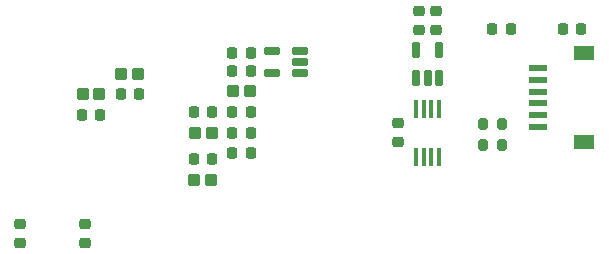
<source format=gbp>
G04 #@! TF.GenerationSoftware,KiCad,Pcbnew,7.0.2*
G04 #@! TF.CreationDate,2023-11-20T14:45:42+01:00*
G04 #@! TF.ProjectId,dsp_board,6473705f-626f-4617-9264-2e6b69636164,rev?*
G04 #@! TF.SameCoordinates,Original*
G04 #@! TF.FileFunction,Paste,Bot*
G04 #@! TF.FilePolarity,Positive*
%FSLAX46Y46*%
G04 Gerber Fmt 4.6, Leading zero omitted, Abs format (unit mm)*
G04 Created by KiCad (PCBNEW 7.0.2) date 2023-11-20 14:45:42*
%MOMM*%
%LPD*%
G01*
G04 APERTURE LIST*
G04 Aperture macros list*
%AMRoundRect*
0 Rectangle with rounded corners*
0 $1 Rounding radius*
0 $2 $3 $4 $5 $6 $7 $8 $9 X,Y pos of 4 corners*
0 Add a 4 corners polygon primitive as box body*
4,1,4,$2,$3,$4,$5,$6,$7,$8,$9,$2,$3,0*
0 Add four circle primitives for the rounded corners*
1,1,$1+$1,$2,$3*
1,1,$1+$1,$4,$5*
1,1,$1+$1,$6,$7*
1,1,$1+$1,$8,$9*
0 Add four rect primitives between the rounded corners*
20,1,$1+$1,$2,$3,$4,$5,0*
20,1,$1+$1,$4,$5,$6,$7,0*
20,1,$1+$1,$6,$7,$8,$9,0*
20,1,$1+$1,$8,$9,$2,$3,0*%
G04 Aperture macros list end*
%ADD10RoundRect,0.225000X-0.225000X-0.250000X0.225000X-0.250000X0.225000X0.250000X-0.225000X0.250000X0*%
%ADD11RoundRect,0.250000X0.287500X0.275000X-0.287500X0.275000X-0.287500X-0.275000X0.287500X-0.275000X0*%
%ADD12RoundRect,0.060000X0.240000X0.615000X-0.240000X0.615000X-0.240000X-0.615000X0.240000X-0.615000X0*%
%ADD13RoundRect,0.200000X-0.200000X-0.275000X0.200000X-0.275000X0.200000X0.275000X-0.200000X0.275000X0*%
%ADD14RoundRect,0.250000X-0.287500X-0.275000X0.287500X-0.275000X0.287500X0.275000X-0.287500X0.275000X0*%
%ADD15RoundRect,0.060000X-0.615000X0.240000X-0.615000X-0.240000X0.615000X-0.240000X0.615000X0.240000X0*%
%ADD16R,1.550000X0.600000*%
%ADD17R,1.800000X1.200000*%
%ADD18RoundRect,0.225000X0.250000X-0.225000X0.250000X0.225000X-0.250000X0.225000X-0.250000X-0.225000X0*%
%ADD19R,0.457200X1.524000*%
%ADD20RoundRect,0.225000X0.225000X0.250000X-0.225000X0.250000X-0.225000X-0.250000X0.225000X-0.250000X0*%
G04 APERTURE END LIST*
D10*
X50975000Y-118250000D03*
X52525000Y-118250000D03*
D11*
X46250000Y-111000000D03*
X44825000Y-111000000D03*
D10*
X54225000Y-116000000D03*
X55775000Y-116000000D03*
D12*
X71700000Y-111385000D03*
X70750000Y-111385000D03*
X69800000Y-111385000D03*
X69800000Y-109015000D03*
X71700000Y-109015000D03*
D13*
X75425000Y-115250000D03*
X77075000Y-115250000D03*
D14*
X51012500Y-120000000D03*
X52437500Y-120000000D03*
D15*
X59935000Y-109050000D03*
X59935000Y-110000000D03*
X59935000Y-110950000D03*
X57565000Y-110950000D03*
X57565000Y-109050000D03*
D16*
X80090000Y-110519500D03*
X80090000Y-111519500D03*
X80090000Y-112519500D03*
X80090000Y-113519500D03*
X80090000Y-114519500D03*
X80090000Y-115519500D03*
D17*
X83965000Y-109219500D03*
X83965000Y-116819500D03*
D18*
X36250000Y-125300000D03*
X36250000Y-123750000D03*
D19*
X69784800Y-113968000D03*
X70419800Y-113968000D03*
X71080200Y-113968000D03*
X71715200Y-113968000D03*
X71715200Y-118032000D03*
X71080200Y-118032000D03*
X70419800Y-118032000D03*
X69784800Y-118032000D03*
D13*
X75425000Y-117000000D03*
X77075000Y-117000000D03*
D10*
X50975000Y-114250000D03*
X52525000Y-114250000D03*
D20*
X46312500Y-112750000D03*
X44762500Y-112750000D03*
D18*
X70000000Y-107275000D03*
X70000000Y-105725000D03*
X68250000Y-116750000D03*
X68250000Y-115200000D03*
D20*
X55775000Y-109250000D03*
X54225000Y-109250000D03*
D14*
X51037500Y-116000000D03*
X52462500Y-116000000D03*
D11*
X42962500Y-112750000D03*
X41537500Y-112750000D03*
D20*
X43025000Y-114500000D03*
X41475000Y-114500000D03*
X55775000Y-110750000D03*
X54225000Y-110750000D03*
X77775000Y-107250000D03*
X76225000Y-107250000D03*
D10*
X54225000Y-114250000D03*
X55775000Y-114250000D03*
D14*
X54250000Y-112500000D03*
X55675000Y-112500000D03*
D18*
X41750000Y-125300000D03*
X41750000Y-123750000D03*
D10*
X54225000Y-117750000D03*
X55775000Y-117750000D03*
D18*
X71500000Y-107275000D03*
X71500000Y-105725000D03*
D10*
X82225000Y-107250000D03*
X83775000Y-107250000D03*
M02*

</source>
